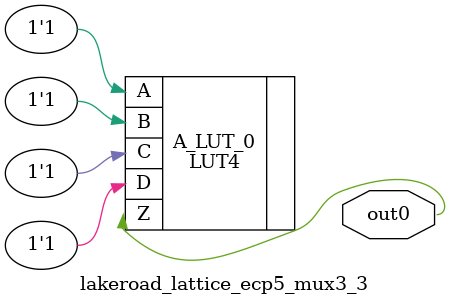
<source format=v>

/* Generated by Yosys 0.19 (git sha1 a45c131b37c, clang 13.1.6 -fPIC -Os) */

module lakeroad_lattice_ecp5_mux3_3(out0);
  wire _0_;
  wire _1_;
  wire _2_;
  wire _3_;
  wire _4_;
  wire _5_;
  wire _6_;
  output out0;
  wire out0;
  LUT4 #(
    .INIT(16'h8000)
  ) A_LUT_0 (
    .A(1'h1),
    .B(1'h1),
    .C(1'h1),
    .D(1'h1),
    .Z(out0)
  );
  LUT4 #(
    .INIT(16'h0000)
  ) B_LUT_1 (
    .A(1'h1),
    .B(1'h1),
    .C(1'h1),
    .D(1'h1),
    .Z(_6_)
  );
  LUT4 #(
    .INIT(16'h0000)
  ) C_LUT_2 (
    .A(1'h1),
    .B(1'h1),
    .C(1'h1),
    .D(1'h1),
    .Z(_5_)
  );
  LUT4 #(
    .INIT(16'h0000)
  ) D_LUT_3 (
    .A(1'h1),
    .B(1'h1),
    .C(1'h1),
    .D(1'h1),
    .Z(_4_)
  );
  LUT4 #(
    .INIT(16'h0000)
  ) E_LUT_4 (
    .A(1'h1),
    .B(1'h1),
    .C(1'h1),
    .D(1'h1),
    .Z(_3_)
  );
  LUT4 #(
    .INIT(16'h0000)
  ) F_LUT_5 (
    .A(1'h1),
    .B(1'h1),
    .C(1'h1),
    .D(1'h1),
    .Z(_2_)
  );
  LUT4 #(
    .INIT(16'h0000)
  ) G_LUT_6 (
    .A(1'h1),
    .B(1'h1),
    .C(1'h1),
    .D(1'h1),
    .Z(_1_)
  );
  LUT4 #(
    .INIT(16'h0000)
  ) H_LUT_7 (
    .A(1'h1),
    .B(1'h1),
    .C(1'h1),
    .D(1'h1),
    .Z(_0_)
  );
endmodule


</source>
